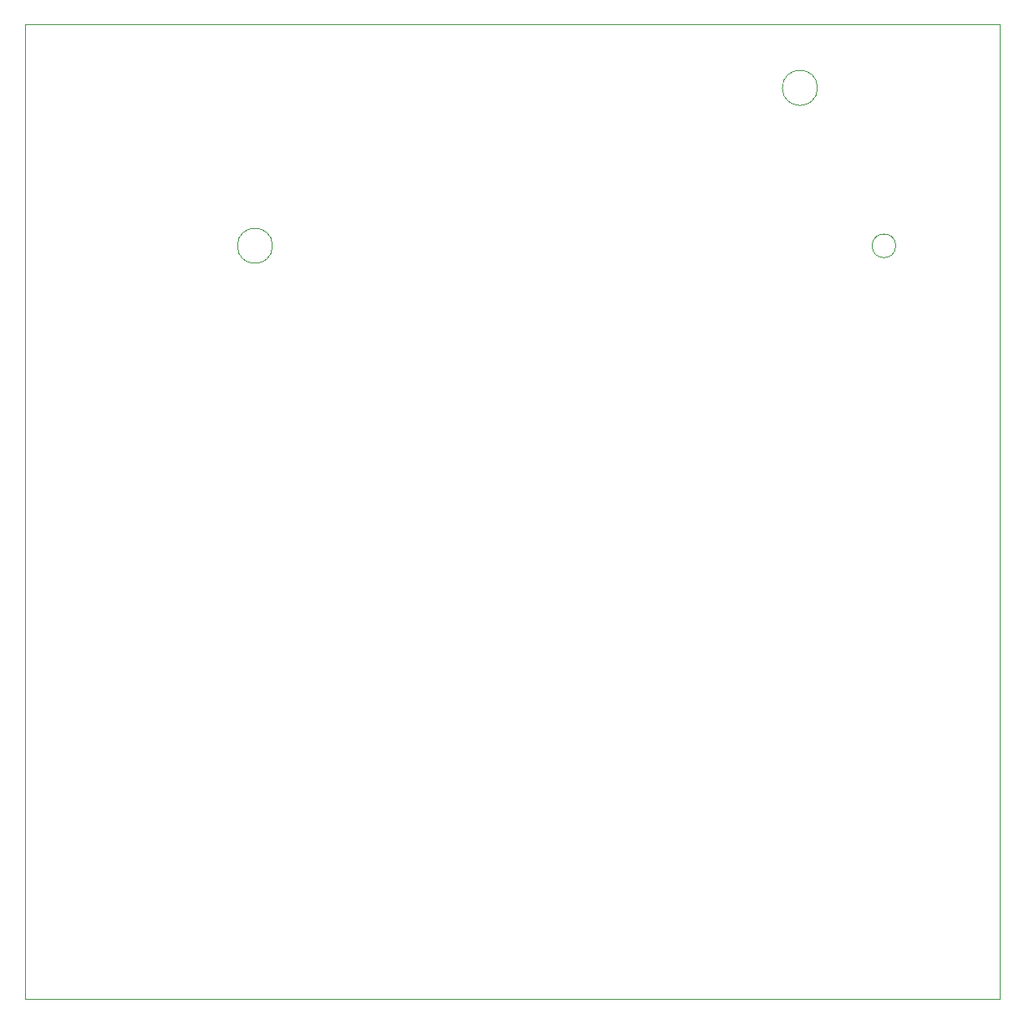
<source format=gbr>
%TF.GenerationSoftware,KiCad,Pcbnew,(6.0.2-0)*%
%TF.CreationDate,2022-03-20T10:30:08+02:00*%
%TF.ProjectId,main,6d61696e-2e6b-4696-9361-645f70636258,rev?*%
%TF.SameCoordinates,Original*%
%TF.FileFunction,Profile,NP*%
%FSLAX46Y46*%
G04 Gerber Fmt 4.6, Leading zero omitted, Abs format (unit mm)*
G04 Created by KiCad (PCBNEW (6.0.2-0)) date 2022-03-20 10:30:08*
%MOMM*%
%LPD*%
G01*
G04 APERTURE LIST*
%TA.AperFunction,Profile*%
%ADD10C,0.100000*%
%TD*%
%TA.AperFunction,Profile*%
%ADD11C,0.120000*%
%TD*%
G04 APERTURE END LIST*
D10*
X90100000Y-33600000D02*
X188800000Y-33600000D01*
X188800000Y-33600000D02*
X188800000Y-132300000D01*
X188800000Y-132300000D02*
X90100000Y-132300000D01*
X90100000Y-132300000D02*
X90100000Y-33600000D01*
D11*
%TO.C,BT1*%
X170380000Y-40000000D02*
G75*
G03*
X170380000Y-40000000I-1780000J0D01*
G01*
X178310000Y-56000000D02*
G75*
G03*
X178310000Y-56000000I-1200000J0D01*
G01*
X115180000Y-56000000D02*
G75*
G03*
X115180000Y-56000000I-1780000J0D01*
G01*
%TD*%
M02*

</source>
